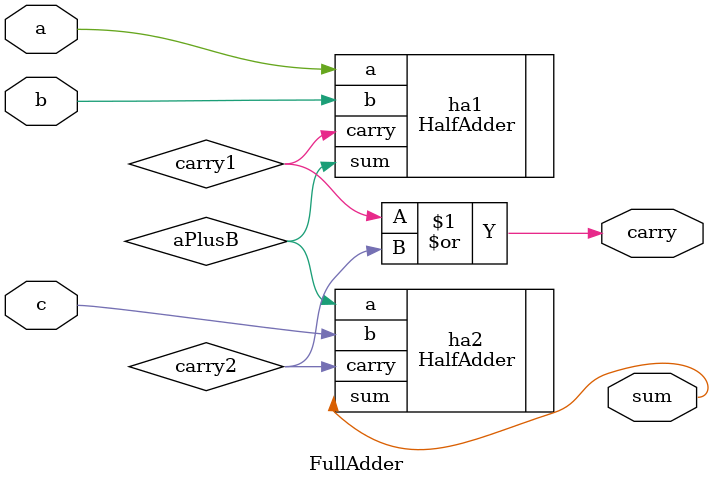
<source format=v>
`timescale 1ns / 1ps


module FullAdder(
    input a, 
    input b,
    input c,
    output sum,
    output carry
    );
    
    wire aPlusB;
    wire carry1;
    wire carry2;
    
    HalfAdder ha1(.a(a), .b(b), .sum(aPlusB), .carry(carry1));
    HalfAdder ha2(.a(aPlusB), .b(c), .sum(sum), .carry(carry2));
    
    or(carry, carry1, carry2);
    
endmodule

</source>
